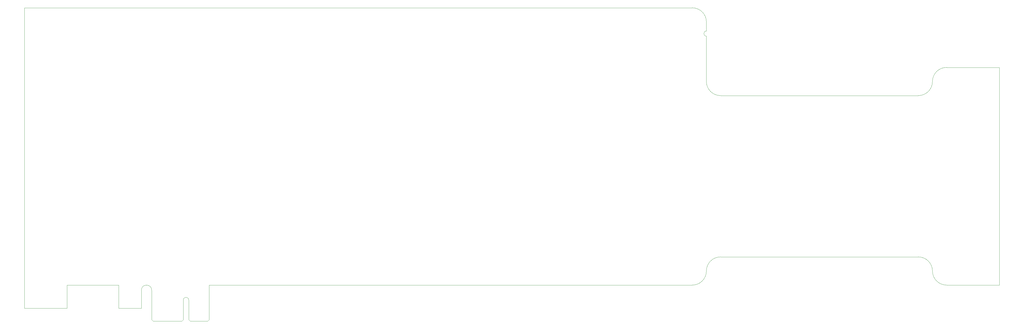
<source format=gm1>
G04*
G04 #@! TF.GenerationSoftware,Altium Limited,Altium Designer,21.3.2 (30)*
G04*
G04 Layer_Color=16711935*
%FSAX43Y43*%
%MOMM*%
G71*
G04*
G04 #@! TF.SameCoordinates,45D360A2-150A-4C48-8BE0-6443E8338445*
G04*
G04*
G04 #@! TF.FilePolarity,Positive*
G04*
G01*
G75*
%ADD10C,0.100*%
D10*
X0341300Y0202900D02*
G03*
X0341300Y0201100I0000000J-0000900D01*
G01*
X0145000Y0110925D02*
G03*
X0141350Y0110925I-0001825J0000000D01*
G01*
X0158100Y0107450D02*
G03*
X0156200Y0107450I-0000950J0000000D01*
G01*
X0336300Y0112750D02*
G03*
X0341300Y0117750I-0000000J0005000D01*
G01*
X0341300Y0206150D02*
G03*
X0336300Y0211150I-0005000J-0000000D01*
G01*
X0346300Y0122750D02*
G03*
X0341300Y0117750I0000000J-0005000D01*
G01*
X0421300D02*
G03*
X0426300Y0112750I0005000J0000000D01*
G01*
X0421300Y0117750D02*
G03*
X0416300Y0122750I-0005000J0000000D01*
G01*
X0426300Y0190000D02*
G03*
X0421300Y0185000I0000000J-0005000D01*
G01*
X0416300Y0180000D02*
G03*
X0421300Y0185000I-0000000J0005000D01*
G01*
X0341300D02*
G03*
X0346300Y0180000I0005000J0000000D01*
G01*
X0341300Y0202900D02*
Y0206150D01*
X0100000Y0104500D02*
Y0211150D01*
Y0104500D02*
X0115000D01*
Y0112750D01*
X0133350D01*
Y0104500D02*
Y0112750D01*
Y0104500D02*
X0141350D01*
Y0110925D01*
X0145000Y0100500D02*
Y0110925D01*
Y0100500D02*
X0145500Y0100000D01*
X0155700D01*
X0156200Y0100500D01*
Y0107450D01*
X0158100Y0100500D02*
Y0107450D01*
Y0100500D02*
X0158600Y0100000D01*
X0164800D01*
X0165300Y0100500D01*
Y0112750D01*
X0100000Y0211150D02*
X0336300D01*
X0165300Y0112750D02*
X0336300D01*
X0426300D02*
X0445000D01*
X0346300Y0122750D02*
X0416300D01*
X0445000Y0190000D02*
X0445000Y0112750D01*
X0426300Y0190000D02*
X0445000D01*
X0346300Y0180000D02*
X0416300D01*
X0341300Y0185000D02*
Y0201100D01*
M02*

</source>
